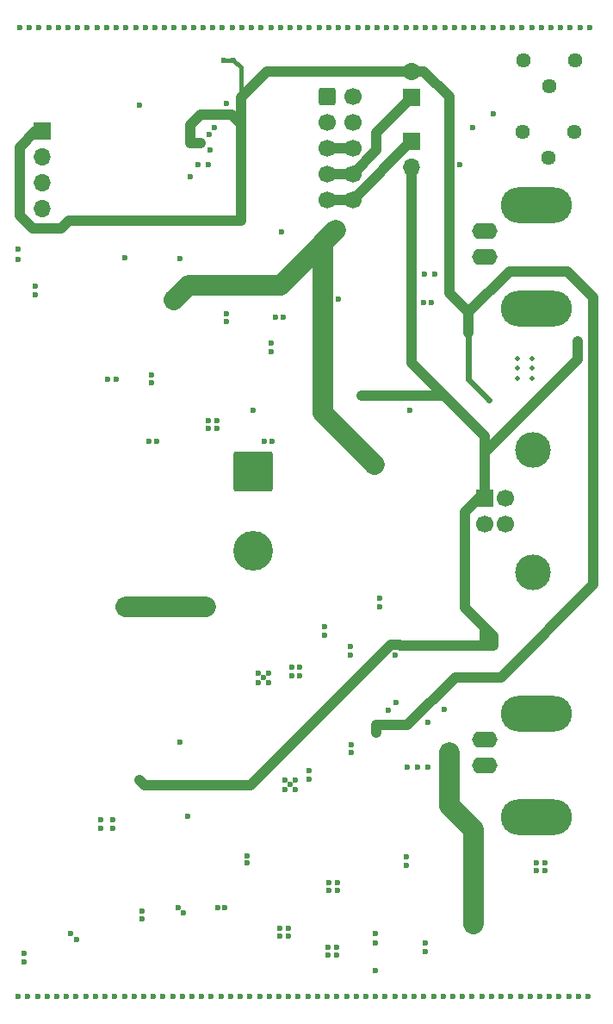
<source format=gbr>
%TF.GenerationSoftware,KiCad,Pcbnew,8.0.0*%
%TF.CreationDate,2024-10-10T18:55:30+02:00*%
%TF.ProjectId,Profiler energetyczny urz_dze_ IoT,50726f66-696c-4657-9220-656e65726765,rev?*%
%TF.SameCoordinates,Original*%
%TF.FileFunction,Copper,L2,Inr*%
%TF.FilePolarity,Positive*%
%FSLAX46Y46*%
G04 Gerber Fmt 4.6, Leading zero omitted, Abs format (unit mm)*
G04 Created by KiCad (PCBNEW 8.0.0) date 2024-10-10 18:55:30*
%MOMM*%
%LPD*%
G01*
G04 APERTURE LIST*
G04 Aperture macros list*
%AMRoundRect*
0 Rectangle with rounded corners*
0 $1 Rounding radius*
0 $2 $3 $4 $5 $6 $7 $8 $9 X,Y pos of 4 corners*
0 Add a 4 corners polygon primitive as box body*
4,1,4,$2,$3,$4,$5,$6,$7,$8,$9,$2,$3,0*
0 Add four circle primitives for the rounded corners*
1,1,$1+$1,$2,$3*
1,1,$1+$1,$4,$5*
1,1,$1+$1,$6,$7*
1,1,$1+$1,$8,$9*
0 Add four rect primitives between the rounded corners*
20,1,$1+$1,$2,$3,$4,$5,0*
20,1,$1+$1,$4,$5,$6,$7,0*
20,1,$1+$1,$6,$7,$8,$9,0*
20,1,$1+$1,$8,$9,$2,$3,0*%
G04 Aperture macros list end*
%TA.AperFunction,HeatsinkPad*%
%ADD10C,0.500000*%
%TD*%
%TA.AperFunction,ComponentPad*%
%ADD11RoundRect,0.250000X-0.600000X-0.600000X0.600000X-0.600000X0.600000X0.600000X-0.600000X0.600000X0*%
%TD*%
%TA.AperFunction,ComponentPad*%
%ADD12C,1.700000*%
%TD*%
%TA.AperFunction,ComponentPad*%
%ADD13R,1.700000X1.700000*%
%TD*%
%TA.AperFunction,ComponentPad*%
%ADD14O,1.700000X1.700000*%
%TD*%
%TA.AperFunction,ComponentPad*%
%ADD15C,3.500000*%
%TD*%
%TA.AperFunction,ComponentPad*%
%ADD16C,1.440000*%
%TD*%
%TA.AperFunction,ComponentPad*%
%ADD17RoundRect,0.250002X-1.699998X1.699998X-1.699998X-1.699998X1.699998X-1.699998X1.699998X1.699998X0*%
%TD*%
%TA.AperFunction,ComponentPad*%
%ADD18C,3.900000*%
%TD*%
%TA.AperFunction,ComponentPad*%
%ADD19O,2.500000X1.600000*%
%TD*%
%TA.AperFunction,ComponentPad*%
%ADD20O,7.000000X3.500000*%
%TD*%
%TA.AperFunction,ViaPad*%
%ADD21C,0.600000*%
%TD*%
%TA.AperFunction,Conductor*%
%ADD22C,1.000000*%
%TD*%
%TA.AperFunction,Conductor*%
%ADD23C,0.609600*%
%TD*%
%TA.AperFunction,Conductor*%
%ADD24C,2.032000*%
%TD*%
%TA.AperFunction,Conductor*%
%ADD25C,0.457200*%
%TD*%
G04 APERTURE END LIST*
D10*
%TO.N,N/C*%
%TO.C,U4*%
X145437500Y-99250000D03*
X145437500Y-100250000D03*
X145437500Y-101250000D03*
X146837500Y-99250000D03*
X146837500Y-100250000D03*
X146837500Y-101250000D03*
%TD*%
D11*
%TO.N,Net-(U1-~{RESET})*%
%TO.C,U1*%
X126647500Y-73520000D03*
D12*
%TO.N,Net-(U1-SWCLK)*%
X129187500Y-73520000D03*
%TO.N,unconnected-(U1-SWIM-Pad3)*%
X126647500Y-76060000D03*
%TO.N,Net-(U1-SWDIO)*%
X129187500Y-76060000D03*
%TO.N,GND*%
X126647500Y-78600000D03*
X129187500Y-78600000D03*
%TO.N,3.3V*%
X126647500Y-81140000D03*
X129187500Y-81140000D03*
%TO.N,5V*%
X126647500Y-83680000D03*
X129187500Y-83680000D03*
%TD*%
D13*
%TO.N,3.3V*%
%TO.C,J3*%
X135000000Y-73610000D03*
D14*
%TO.N,+3.3V*%
X135000000Y-71070000D03*
%TD*%
D13*
%TO.N,+5V*%
%TO.C,J1*%
X142222500Y-113000000D03*
D12*
%TO.N,unconnected-(J1-D--Pad2)*%
X142222500Y-115500000D03*
%TO.N,unconnected-(J1-D+-Pad3)*%
X144222500Y-115500000D03*
%TO.N,GND*%
X144222500Y-113000000D03*
D15*
X146932500Y-108230000D03*
X146932500Y-120270000D03*
%TD*%
D16*
%TO.N,+2V5*%
%TO.C,RV1*%
X151050000Y-70000000D03*
%TO.N,Net-(U21-S1)*%
X148510000Y-72540000D03*
%TO.N,GNDA*%
X145970000Y-70000000D03*
%TD*%
D13*
%TO.N,5V*%
%TO.C,J2*%
X135000000Y-77925000D03*
D14*
%TO.N,+5V*%
X135000000Y-80465000D03*
%TD*%
D17*
%TO.N,/Pomiar pr\u0105du/IN+*%
%TO.C,J5*%
X119400000Y-110350000D03*
D18*
%TO.N,GNDS*%
X119400000Y-118150000D03*
%TD*%
D19*
%TO.N,/Sterowanie/Uz*%
%TO.C,J7*%
X142170000Y-89250000D03*
D20*
%TO.N,GNDA*%
X147250000Y-84170000D03*
D19*
X142170000Y-86710000D03*
D20*
X147250000Y-94330000D03*
%TD*%
D16*
%TO.N,+2V5*%
%TO.C,RV2*%
X151025000Y-77025000D03*
%TO.N,Net-(U21-S2)*%
X148485000Y-79565000D03*
%TO.N,GNDA*%
X145945000Y-77025000D03*
%TD*%
D19*
%TO.N,/Sterowanie/UI*%
%TO.C,J6*%
X142170000Y-139250000D03*
D20*
%TO.N,GNDA*%
X147250000Y-134170000D03*
D19*
X142170000Y-136710000D03*
D20*
X147250000Y-144330000D03*
%TD*%
D13*
%TO.N,+3.3V*%
%TO.C,J4*%
X98702500Y-76950000D03*
D14*
%TO.N,Net-(J4-Pin_2)*%
X98702500Y-79490000D03*
%TO.N,Net-(J4-Pin_3)*%
X98702500Y-82030000D03*
%TO.N,GND*%
X98702500Y-84570000D03*
%TD*%
D21*
%TO.N,+5V*%
X108750000Y-141200000D03*
X143050000Y-126750000D03*
X143050000Y-127500000D03*
X151350000Y-97550000D03*
X108250000Y-140700000D03*
X130050000Y-102950000D03*
X115900000Y-141200000D03*
X151350000Y-98300000D03*
X131100000Y-102950000D03*
X142200000Y-126750000D03*
X114850000Y-141200000D03*
X142200000Y-127500000D03*
%TO.N,GND*%
X123050000Y-66750000D03*
X136350000Y-66750000D03*
X142850000Y-161950000D03*
X98350000Y-66750000D03*
X103100000Y-66750000D03*
X135250000Y-161950000D03*
X148700000Y-66750000D03*
X115250000Y-124200000D03*
X119100000Y-161950000D03*
X137300000Y-66750000D03*
X119250000Y-66750000D03*
X130850000Y-110200000D03*
X102000000Y-161950000D03*
X109750000Y-66750000D03*
X140550000Y-154300000D03*
X97400000Y-66750000D03*
X133500000Y-66750000D03*
X130500000Y-161950000D03*
X121950000Y-161950000D03*
X149500000Y-161950000D03*
X100100000Y-161950000D03*
X105950000Y-66750000D03*
X141550000Y-145050000D03*
X99150000Y-161950000D03*
X147600000Y-161950000D03*
X124000000Y-66750000D03*
X121000000Y-161950000D03*
X111100000Y-93000000D03*
X139050000Y-161950000D03*
X103900000Y-161950000D03*
X107850000Y-66750000D03*
X108650000Y-161950000D03*
X136200000Y-161950000D03*
X137150000Y-161950000D03*
X145700000Y-161950000D03*
X114750000Y-123700000D03*
X131850000Y-110200000D03*
X111100000Y-94000000D03*
X138200000Y-137500000D03*
X122100000Y-66750000D03*
X133350000Y-161950000D03*
X125750000Y-161950000D03*
X98200000Y-161950000D03*
X140550000Y-146050000D03*
X106750000Y-161950000D03*
X128600000Y-161950000D03*
X141550000Y-155300000D03*
X141550000Y-154300000D03*
X141050000Y-154800000D03*
X130850000Y-109200000D03*
X138200000Y-138500000D03*
X106400000Y-124200000D03*
X135400000Y-66750000D03*
X138250000Y-66750000D03*
X112450000Y-161950000D03*
X96300000Y-161950000D03*
X127000000Y-86150000D03*
X97250000Y-161950000D03*
X123550000Y-141650000D03*
X102950000Y-161950000D03*
X126850000Y-66750000D03*
X144750000Y-161950000D03*
X130650000Y-66750000D03*
X140950000Y-161950000D03*
X132400000Y-161950000D03*
X106900000Y-66750000D03*
X141550000Y-146050000D03*
X146650000Y-161950000D03*
X143950000Y-66750000D03*
X111500000Y-161950000D03*
X151550000Y-66750000D03*
X132550000Y-66750000D03*
X141100000Y-66750000D03*
X145850000Y-66750000D03*
X111600000Y-93500000D03*
X150450000Y-161950000D03*
X131450000Y-161950000D03*
X120900000Y-130150000D03*
X124950000Y-66750000D03*
X146800000Y-66750000D03*
X147750000Y-66750000D03*
X118150000Y-161950000D03*
X115250000Y-123200000D03*
X152500000Y-66750000D03*
X144900000Y-66750000D03*
X121150000Y-66750000D03*
X131600000Y-66750000D03*
X149650000Y-66750000D03*
X128000000Y-87150000D03*
X112600000Y-66750000D03*
X141900000Y-161950000D03*
X143000000Y-66750000D03*
X127800000Y-66750000D03*
X107700000Y-161950000D03*
X115450000Y-66750000D03*
X100250000Y-66750000D03*
X119900000Y-131150000D03*
X107400000Y-123200000D03*
X106400000Y-123200000D03*
X116250000Y-161950000D03*
X122550000Y-141650000D03*
X112100000Y-93000000D03*
X120050000Y-161950000D03*
X140150000Y-66750000D03*
X129700000Y-66750000D03*
X128000000Y-86150000D03*
X122550000Y-140650000D03*
X140550000Y-145050000D03*
X113400000Y-161950000D03*
X114250000Y-123200000D03*
X129550000Y-161950000D03*
X148550000Y-161950000D03*
X110700000Y-66750000D03*
X112100000Y-94000000D03*
X138100000Y-161950000D03*
X114500000Y-66750000D03*
X102150000Y-66750000D03*
X119900000Y-130150000D03*
X123850000Y-161950000D03*
X106900000Y-123700000D03*
X134450000Y-66750000D03*
X108800000Y-66750000D03*
X104050000Y-66750000D03*
X118300000Y-66750000D03*
X99300000Y-66750000D03*
X124800000Y-161950000D03*
X125900000Y-66750000D03*
X104850000Y-161950000D03*
X105800000Y-161950000D03*
X152350000Y-161950000D03*
X126700000Y-161950000D03*
X120400000Y-130650000D03*
X142050000Y-66750000D03*
X141050000Y-145550000D03*
X139200000Y-138500000D03*
X109600000Y-161950000D03*
X134300000Y-161950000D03*
X117200000Y-161950000D03*
X111650000Y-66750000D03*
X101050000Y-161950000D03*
X120900000Y-131150000D03*
X128750000Y-66750000D03*
X140550000Y-155300000D03*
X96450000Y-66750000D03*
X110550000Y-161950000D03*
X113550000Y-66750000D03*
X101200000Y-66750000D03*
X123050000Y-141150000D03*
X143800000Y-161950000D03*
X127000000Y-87150000D03*
X116400000Y-66750000D03*
X127500000Y-86650000D03*
X120200000Y-66750000D03*
X122900000Y-161950000D03*
X115300000Y-161950000D03*
X139200000Y-66750000D03*
X123550000Y-140650000D03*
X140000000Y-161950000D03*
X114250000Y-124200000D03*
X131350000Y-109700000D03*
X105000000Y-66750000D03*
X151400000Y-161950000D03*
X150600000Y-66750000D03*
X117350000Y-66750000D03*
X127650000Y-161950000D03*
X114350000Y-161950000D03*
X139200000Y-137500000D03*
X138700000Y-138000000D03*
X131850000Y-109200000D03*
X107400000Y-124200000D03*
%TO.N,Net-(U1-~{RESET})*%
X108200000Y-74400000D03*
X116800000Y-74200000D03*
%TO.N,+3.3V*%
X117500000Y-69947500D03*
X106950000Y-85750000D03*
X114250000Y-78150000D03*
X140600000Y-94750000D03*
X101300000Y-85750000D03*
X102350000Y-85750000D03*
X113300000Y-78162400D03*
X116550000Y-69947500D03*
X131500000Y-135300000D03*
X140600000Y-96750000D03*
X107900000Y-85750000D03*
X140600000Y-95800000D03*
X112300000Y-85750000D03*
X113000000Y-85750000D03*
X131500000Y-136050000D03*
X117550000Y-85750000D03*
X142600000Y-103350000D03*
X118200000Y-85750000D03*
%TO.N,+5VA*%
X131450000Y-156700000D03*
X101450000Y-155750000D03*
X131450000Y-159400000D03*
X102050000Y-156350000D03*
X131450000Y-155750000D03*
%TO.N,GNDA*%
X109450000Y-101650000D03*
X131850000Y-123650000D03*
X127700000Y-150800000D03*
X124950000Y-140600000D03*
X115000000Y-106100000D03*
X136300000Y-157500000D03*
X126400000Y-125600000D03*
X134500000Y-148250000D03*
X116650000Y-153200000D03*
X147250000Y-149550000D03*
X126400000Y-126450000D03*
X98000000Y-93000000D03*
X115900000Y-153200000D03*
X131850000Y-122800000D03*
X126850000Y-151550000D03*
X115000000Y-105350000D03*
X126750000Y-157850000D03*
X136200000Y-93750000D03*
X139700000Y-80200000D03*
X124950000Y-139750000D03*
X127600000Y-157850000D03*
X147250000Y-148800000D03*
X109450000Y-100900000D03*
X134500000Y-149100000D03*
X127600000Y-157100000D03*
X126750000Y-157100000D03*
X126850000Y-150800000D03*
X127700000Y-151550000D03*
X115850000Y-105350000D03*
X115850000Y-106100000D03*
X121650000Y-95250000D03*
X138200000Y-133700000D03*
X148100000Y-149550000D03*
X98000000Y-92150000D03*
X122400000Y-95250000D03*
X136300000Y-156650000D03*
X148100000Y-148800000D03*
X96900000Y-157700000D03*
X96900000Y-158550000D03*
X136950000Y-93750000D03*
%TO.N,+2V5*%
X137300000Y-90950000D03*
X122000000Y-155250000D03*
X116750000Y-95600000D03*
X122850000Y-156000000D03*
X105100000Y-101300000D03*
X112065625Y-153234375D03*
X105950000Y-101300000D03*
X96300000Y-88550000D03*
X133450000Y-133100000D03*
X116750000Y-94900000D03*
X112590625Y-153759375D03*
X129050000Y-138000000D03*
X136250000Y-90950000D03*
X96300000Y-89550000D03*
X122850000Y-155250000D03*
X132700000Y-133850000D03*
X129050000Y-137200000D03*
X122000000Y-156000000D03*
%TO.N,-2V5*%
X118800000Y-148850000D03*
X108525000Y-154275000D03*
X118800000Y-148150000D03*
X128950000Y-128400000D03*
X120500000Y-107450000D03*
X109137501Y-107450000D03*
X108525000Y-153550000D03*
X121250430Y-107450000D03*
X109950000Y-107450000D03*
X128950000Y-127550000D03*
%TO.N,GNDS*%
X124000000Y-130400000D03*
X121200000Y-97800000D03*
X119400000Y-104400000D03*
X105600000Y-144600000D03*
X123200000Y-129600000D03*
X124000000Y-129600000D03*
X121200000Y-98600000D03*
X104400000Y-144600000D03*
X105600000Y-145400000D03*
X104400000Y-145400000D03*
X123200000Y-130400000D03*
%TO.N,/Pomiar pr\u0105du/V3*%
X134600000Y-139400000D03*
X106800000Y-89400000D03*
%TO.N,/Pomiar pr\u0105du/V1*%
X127800000Y-93400000D03*
X135600000Y-139400000D03*
%TO.N,/Sterowanie/A0*%
X141000000Y-76600000D03*
X114993800Y-80206200D03*
X136600000Y-135000000D03*
%TO.N,/Sterowanie/UP1*%
X122200000Y-86800000D03*
X113200000Y-81400000D03*
%TO.N,/Pomiar pr\u0105du/M1*%
X134800000Y-104400000D03*
X115200000Y-78812400D03*
%TO.N,/Pomiar pr\u0105du/M3*%
X113000000Y-144200000D03*
X115600000Y-76600000D03*
%TO.N,/Pomiar pr\u0105du/M2*%
X112200000Y-137000000D03*
X115050000Y-77300000D03*
%TO.N,/Sterowanie/A1*%
X136600000Y-139400000D03*
X143000000Y-75200000D03*
X114000000Y-80200000D03*
%TO.N,/Pomiar pr\u0105du/V2*%
X133400000Y-128400000D03*
X112200000Y-89450000D03*
%TD*%
D22*
%TO.N,+5V*%
X142222500Y-106932449D02*
X138240051Y-102950000D01*
X140250000Y-114350000D02*
X140250000Y-123750000D01*
X138240051Y-102950000D02*
X131100000Y-102950000D01*
X115900000Y-141200000D02*
X114850000Y-141200000D01*
X135000000Y-80465000D02*
X135000000Y-99709949D01*
X131100000Y-102950000D02*
X130050000Y-102950000D01*
X119185786Y-141200000D02*
X115900000Y-141200000D01*
X151350000Y-99400000D02*
X151350000Y-98300000D01*
X151350000Y-98300000D02*
X151350000Y-97550000D01*
X133814214Y-127400000D02*
X132985786Y-127400000D01*
X132985786Y-127400000D02*
X119185786Y-141200000D01*
X143050000Y-126750000D02*
X143050000Y-127500000D01*
X142200000Y-127500000D02*
X133914214Y-127500000D01*
X140250000Y-123750000D02*
X142200000Y-125700000D01*
X114850000Y-141200000D02*
X108750000Y-141200000D01*
X142222500Y-109677500D02*
X142222500Y-108527500D01*
D23*
X142222500Y-113000000D02*
X142222500Y-109677500D01*
D22*
X141600000Y-113000000D02*
X140250000Y-114350000D01*
X133914214Y-127500000D02*
X133814214Y-127400000D01*
X135000000Y-99709949D02*
X138240051Y-102950000D01*
X143050000Y-126750000D02*
X142200000Y-126750000D01*
X142222500Y-108527500D02*
X151350000Y-99400000D01*
X142222500Y-113000000D02*
X141600000Y-113000000D01*
X143050000Y-126550000D02*
X142200000Y-125700000D01*
X143050000Y-126750000D02*
X143050000Y-126550000D01*
X142200000Y-127500000D02*
X143050000Y-127500000D01*
X108250000Y-140700000D02*
X108750000Y-141200000D01*
X142222500Y-113000000D02*
X142222500Y-106932449D01*
X142200000Y-125700000D02*
X142200000Y-127500000D01*
%TO.N,GND*%
X126647500Y-78600000D02*
X129187500Y-78600000D01*
D24*
X141050000Y-154800000D02*
X141050000Y-145550000D01*
X138700000Y-143200000D02*
X141050000Y-145550000D01*
X127500000Y-86650000D02*
X126284000Y-87866000D01*
X111600000Y-93500000D02*
X113050000Y-92050000D01*
X106900000Y-123700000D02*
X114750000Y-123700000D01*
X126284000Y-87866000D02*
X126284000Y-104634000D01*
X122100000Y-92050000D02*
X127500000Y-86650000D01*
X113050000Y-92050000D02*
X122100000Y-92050000D01*
X126284000Y-104634000D02*
X131350000Y-109700000D01*
X138700000Y-138000000D02*
X138700000Y-143200000D01*
D22*
%TO.N,+3.3V*%
X113000000Y-85750000D02*
X107900000Y-85750000D01*
D25*
X118200000Y-73600000D02*
X118200000Y-70647500D01*
D22*
X138700000Y-73567919D02*
X138700000Y-92850000D01*
X98000000Y-76950000D02*
X98702500Y-76950000D01*
X140600000Y-95800000D02*
X140600000Y-96750000D01*
X138700000Y-92850000D02*
X140600000Y-94750000D01*
D23*
X140600000Y-96750000D02*
X140600000Y-101350000D01*
D22*
X100550000Y-86500000D02*
X97750000Y-86500000D01*
X140600000Y-95800000D02*
X140600000Y-94750000D01*
X117250000Y-75300000D02*
X118200000Y-76250000D01*
X118200000Y-76250000D02*
X118200000Y-73600000D01*
X135000000Y-71070000D02*
X120730000Y-71070000D01*
D25*
X117500000Y-69947500D02*
X116550000Y-69947500D01*
D22*
X96450000Y-85200000D02*
X96450000Y-78500000D01*
X144600000Y-90750000D02*
X140600000Y-94750000D01*
X101300000Y-85750000D02*
X100550000Y-86500000D01*
X117550000Y-85750000D02*
X118200000Y-85750000D01*
X113200000Y-76350000D02*
X114250000Y-75300000D01*
X107900000Y-85750000D02*
X106950000Y-85750000D01*
D25*
X118200000Y-70647500D02*
X117500000Y-69947500D01*
D22*
X135000000Y-71070000D02*
X136202081Y-71070000D01*
X106950000Y-85750000D02*
X102350000Y-85750000D01*
X97750000Y-86500000D02*
X96450000Y-85200000D01*
X139300000Y-130600000D02*
X143750000Y-130600000D01*
X131500000Y-135300000D02*
X134600000Y-135300000D01*
X136202081Y-71070000D02*
X138700000Y-73567919D01*
X102350000Y-85750000D02*
X101300000Y-85750000D01*
X114250000Y-78150000D02*
X113200000Y-78150000D01*
X143750000Y-130600000D02*
X152850000Y-121500000D01*
X150300000Y-90750000D02*
X144600000Y-90750000D01*
X131500000Y-136050000D02*
X131500000Y-135300000D01*
X134600000Y-135300000D02*
X139300000Y-130600000D01*
X113200000Y-78150000D02*
X113200000Y-76350000D01*
X152850000Y-121500000D02*
X152850000Y-93300000D01*
X120730000Y-71070000D02*
X118200000Y-73600000D01*
X117550000Y-85750000D02*
X113000000Y-85750000D01*
D23*
X140600000Y-101350000D02*
X142600000Y-103350000D01*
D22*
X118200000Y-85750000D02*
X118200000Y-76250000D01*
X114250000Y-75300000D02*
X117250000Y-75300000D01*
X96450000Y-78500000D02*
X98000000Y-76950000D01*
X152850000Y-93300000D02*
X150300000Y-90750000D01*
%TO.N,5V*%
X134942500Y-77925000D02*
X129187500Y-83680000D01*
X135000000Y-77925000D02*
X134942500Y-77925000D01*
X126647500Y-83680000D02*
X129187500Y-83680000D01*
%TO.N,3.3V*%
X131550000Y-78777500D02*
X131550000Y-77060000D01*
X131550000Y-77060000D02*
X135000000Y-73610000D01*
X126647500Y-81140000D02*
X129187500Y-81140000D01*
X129187500Y-81140000D02*
X131550000Y-78777500D01*
%TD*%
M02*

</source>
